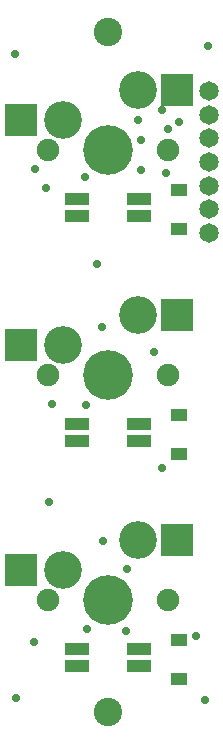
<source format=gbs>
G04 EAGLE Gerber RS-274X export*
G75*
%MOMM*%
%FSLAX34Y34*%
%LPD*%
%INSoldermask Bottom*%
%IPPOS*%
%AMOC8*
5,1,8,0,0,1.08239X$1,22.5*%
G01*
G04 Define Apertures*
%ADD10C,2.403200*%
%ADD11C,1.643200*%
%ADD12R,1.423200X1.113200*%
%ADD13C,3.203200*%
%ADD14R,2.703200X2.753200*%
%ADD15C,4.203600*%
%ADD16C,1.903200*%
%ADD17R,2.003200X1.023200*%
%ADD18C,0.705600*%
D10*
X0Y-285750D03*
X0Y290287D03*
D11*
X85000Y160000D03*
X85000Y140000D03*
X85000Y120000D03*
D12*
X60000Y123650D03*
X60000Y156350D03*
X60000Y-66850D03*
X60000Y-34150D03*
X60000Y-257350D03*
X60000Y-224650D03*
D11*
X85000Y180000D03*
D13*
X25400Y241300D03*
X-38100Y215900D03*
D14*
X-73600Y215900D03*
D15*
X0Y190500D03*
D14*
X58400Y241300D03*
D16*
X50800Y190500D03*
X-50800Y190500D03*
D13*
X25400Y50800D03*
X-38100Y25400D03*
D14*
X-73600Y25400D03*
D15*
X0Y0D03*
D14*
X58400Y50800D03*
D16*
X50800Y0D03*
X-50800Y0D03*
D13*
X25400Y-139700D03*
X-38100Y-165100D03*
D14*
X-73600Y-165100D03*
D15*
X0Y-190500D03*
D14*
X58400Y-139700D03*
D16*
X50800Y-190500D03*
X-50800Y-190500D03*
D17*
X25899Y149000D03*
X25899Y134000D03*
X-26101Y134000D03*
X-26101Y149000D03*
X25899Y-41500D03*
X25899Y-56500D03*
X-26101Y-56500D03*
X-26101Y-41500D03*
X25899Y-232000D03*
X25899Y-247000D03*
X-26101Y-247000D03*
X-26101Y-232000D03*
D11*
X85000Y200000D03*
X85000Y220000D03*
X85000Y240000D03*
D18*
X60200Y213500D03*
X45300Y223900D03*
X-62200Y174200D03*
X-79200Y271500D03*
X84100Y277800D03*
X-77900Y-273500D03*
X82100Y-275200D03*
X74700Y-221600D03*
X-62500Y-226100D03*
X-50300Y-107500D03*
X45700Y-79200D03*
X-47800Y-25100D03*
X39100Y19200D03*
X-53031Y158069D03*
X25000Y215800D03*
X27500Y173400D03*
X48600Y170300D03*
X27500Y198800D03*
X-4800Y-140900D03*
X-18900Y-25600D03*
X-4900Y40200D03*
X-9700Y93300D03*
X15100Y-217000D03*
X-17700Y-215400D03*
X15700Y-164300D03*
X50300Y207600D03*
X-19300Y167200D03*
M02*

</source>
